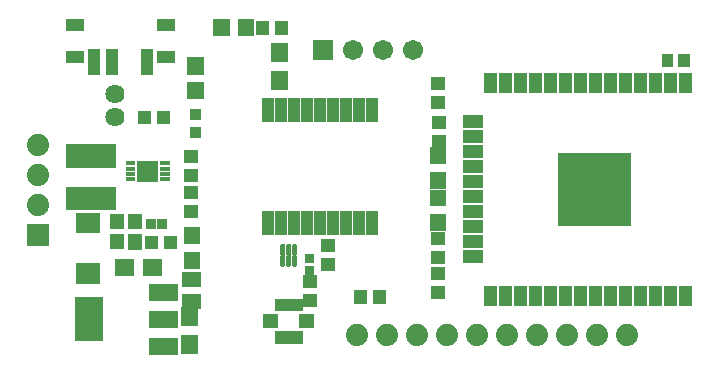
<source format=gts>
G04 Layer: TopSolderMaskLayer*
G04 EasyEDA v6.4.29, 2022-01-20 17:46:20*
G04 fb4b0ff46d504c98a6534b0bae3310fd,dc92750a051249c6af70c8c7d89aaf1b,10*
G04 Gerber Generator version 0.2*
G04 Scale: 100 percent, Rotated: No, Reflected: No *
G04 Dimensions in millimeters *
G04 leading zeros omitted , absolute positions ,4 integer and 5 decimal *
%FSLAX45Y45*%
%MOMM*%

%ADD66C,1.7112*%
%ADD67C,1.8796*%
%ADD70C,1.6256*%

%LPD*%
G36*
X5693156Y11609832D02*
G01*
X5693156Y11780266D01*
X5803646Y11780266D01*
X5803646Y11609832D01*
G37*
G36*
X5566156Y11609832D02*
G01*
X5566156Y11780266D01*
X5676646Y11780266D01*
X5676646Y11609832D01*
G37*
G36*
X5439156Y11609832D02*
G01*
X5439156Y11780266D01*
X5549646Y11780266D01*
X5549646Y11609832D01*
G37*
G36*
X5312156Y11609832D02*
G01*
X5312156Y11780266D01*
X5422646Y11780266D01*
X5422646Y11609832D01*
G37*
G36*
X5185156Y11609832D02*
G01*
X5185156Y11780266D01*
X5295646Y11780266D01*
X5295646Y11609832D01*
G37*
G36*
X5058156Y11609832D02*
G01*
X5058156Y11780266D01*
X5168646Y11780266D01*
X5168646Y11609832D01*
G37*
G36*
X4931156Y11609832D02*
G01*
X4931156Y11780266D01*
X5041646Y11780266D01*
X5041646Y11609832D01*
G37*
G36*
X4804156Y11609832D02*
G01*
X4804156Y11780266D01*
X4914646Y11780266D01*
X4914646Y11609832D01*
G37*
G36*
X4677156Y11609832D02*
G01*
X4677156Y11780266D01*
X4787646Y11780266D01*
X4787646Y11609832D01*
G37*
G36*
X4550156Y11609832D02*
G01*
X4550156Y11780266D01*
X4660646Y11780266D01*
X4660646Y11609832D01*
G37*
G36*
X4423156Y11609832D02*
G01*
X4423156Y11780266D01*
X4533646Y11780266D01*
X4533646Y11609832D01*
G37*
G36*
X4296156Y11609832D02*
G01*
X4296156Y11780266D01*
X4406646Y11780266D01*
X4406646Y11609832D01*
G37*
G36*
X4169156Y11609832D02*
G01*
X4169156Y11780266D01*
X4279646Y11780266D01*
X4279646Y11609832D01*
G37*
G36*
X4042156Y11609832D02*
G01*
X4042156Y11780266D01*
X4152646Y11780266D01*
X4152646Y11609832D01*
G37*
G36*
X3863340Y11311382D02*
G01*
X3863340Y11421618D01*
X4033520Y11421618D01*
X4033520Y11311382D01*
G37*
G36*
X3863340Y11184382D02*
G01*
X3863340Y11294618D01*
X4033520Y11294618D01*
X4033520Y11184382D01*
G37*
G36*
X3863340Y11057382D02*
G01*
X3863340Y11167618D01*
X4033520Y11167618D01*
X4033520Y11057382D01*
G37*
G36*
X3863340Y10930382D02*
G01*
X3863340Y11040618D01*
X4033520Y11040618D01*
X4033520Y10930382D01*
G37*
G36*
X3863340Y10803382D02*
G01*
X3863340Y10913618D01*
X4033520Y10913618D01*
X4033520Y10803382D01*
G37*
G36*
X3863340Y10676382D02*
G01*
X3863340Y10786618D01*
X4033520Y10786618D01*
X4033520Y10676382D01*
G37*
G36*
X3863340Y10549382D02*
G01*
X3863340Y10659618D01*
X4033520Y10659618D01*
X4033520Y10549382D01*
G37*
G36*
X3863340Y10422382D02*
G01*
X3863340Y10532618D01*
X4033520Y10532618D01*
X4033520Y10422382D01*
G37*
G36*
X3863340Y10295382D02*
G01*
X3863340Y10405618D01*
X4033520Y10405618D01*
X4033520Y10295382D01*
G37*
G36*
X3863340Y10168382D02*
G01*
X3863340Y10278618D01*
X4033520Y10278618D01*
X4033520Y10168382D01*
G37*
G36*
X4042156Y9809734D02*
G01*
X4042156Y9980168D01*
X4152646Y9980168D01*
X4152646Y9809734D01*
G37*
G36*
X4169156Y9809734D02*
G01*
X4169156Y9980168D01*
X4279646Y9980168D01*
X4279646Y9809734D01*
G37*
G36*
X4296156Y9809734D02*
G01*
X4296156Y9980168D01*
X4406646Y9980168D01*
X4406646Y9809734D01*
G37*
G36*
X4423156Y9809734D02*
G01*
X4423156Y9980168D01*
X4533646Y9980168D01*
X4533646Y9809734D01*
G37*
G36*
X4550156Y9809734D02*
G01*
X4550156Y9980168D01*
X4660646Y9980168D01*
X4660646Y9809734D01*
G37*
G36*
X4677156Y9809734D02*
G01*
X4677156Y9980168D01*
X4787646Y9980168D01*
X4787646Y9809734D01*
G37*
G36*
X4804156Y9809734D02*
G01*
X4804156Y9980168D01*
X4914646Y9980168D01*
X4914646Y9809734D01*
G37*
G36*
X4931156Y9809734D02*
G01*
X4931156Y9980168D01*
X5041646Y9980168D01*
X5041646Y9809734D01*
G37*
G36*
X5058156Y9809734D02*
G01*
X5058156Y9980168D01*
X5168646Y9980168D01*
X5168646Y9809734D01*
G37*
G36*
X5185156Y9809734D02*
G01*
X5185156Y9980168D01*
X5295646Y9980168D01*
X5295646Y9809734D01*
G37*
G36*
X5312156Y9809734D02*
G01*
X5312156Y9980168D01*
X5422646Y9980168D01*
X5422646Y9809734D01*
G37*
G36*
X5439156Y9809734D02*
G01*
X5439156Y9980168D01*
X5549646Y9980168D01*
X5549646Y9809734D01*
G37*
G36*
X5566156Y9809734D02*
G01*
X5566156Y9980168D01*
X5676646Y9980168D01*
X5676646Y9809734D01*
G37*
G36*
X5693156Y9809734D02*
G01*
X5693156Y9980168D01*
X5803646Y9980168D01*
X5803646Y9809734D01*
G37*
G36*
X4668266Y10484866D02*
G01*
X4668266Y11105134D01*
X5288534Y11105134D01*
X5288534Y10484866D01*
G37*
G36*
X1203198Y9392412D02*
G01*
X1203198Y9539732D01*
X1452118Y9539732D01*
X1452118Y9392412D01*
G37*
G36*
X1203198Y9621012D02*
G01*
X1203198Y9768332D01*
X1452118Y9768332D01*
X1452118Y9621012D01*
G37*
G36*
X1203198Y9849612D02*
G01*
X1203198Y9996932D01*
X1452118Y9996932D01*
X1452118Y9849612D01*
G37*
G36*
X574548Y9506712D02*
G01*
X574548Y9882632D01*
X810768Y9882632D01*
X810768Y9506712D01*
G37*
G36*
X2593340Y11888470D02*
G01*
X2593340Y12059412D01*
X2764536Y12059412D01*
X2764536Y11888470D01*
G37*
D66*
G01*
X2932988Y11973966D03*
G01*
X3186988Y11973966D03*
G01*
X3440988Y11973966D03*
D67*
G01*
X5247995Y9564979D03*
G01*
X4993995Y9564979D03*
G01*
X4739995Y9564979D03*
G01*
X4485995Y9564979D03*
G01*
X4231995Y9564979D03*
G01*
X3977995Y9564979D03*
G01*
X3723995Y9564979D03*
G01*
X3469995Y9564979D03*
G01*
X3215995Y9564979D03*
G01*
X2961995Y9564979D03*
G36*
X1269492Y11346942D02*
G01*
X1269492Y11462258D01*
X1379728Y11462258D01*
X1379728Y11346942D01*
G37*
G36*
X1109472Y11346942D02*
G01*
X1109472Y11462258D01*
X1219708Y11462258D01*
X1219708Y11346942D01*
G37*
G36*
X1271016Y10460990D02*
G01*
X1271016Y10546334D01*
X1356360Y10546334D01*
X1356360Y10460990D01*
G37*
G36*
X1181100Y10460990D02*
G01*
X1181100Y10546334D01*
X1266444Y10546334D01*
X1266444Y10460990D01*
G37*
G36*
X1332230Y10288524D02*
G01*
X1332230Y10403840D01*
X1442466Y10403840D01*
X1442466Y10288524D01*
G37*
G36*
X1172210Y10288524D02*
G01*
X1172210Y10403840D01*
X1282446Y10403840D01*
X1282446Y10288524D01*
G37*
D70*
G01*
X914400Y11606199D03*
G01*
X914400Y11406200D03*
G36*
X588264Y10424414D02*
G01*
X588264Y10597134D01*
X786384Y10597134D01*
X786384Y10424414D01*
G37*
G36*
X588264Y9994392D02*
G01*
X588264Y10167112D01*
X786384Y10167112D01*
X786384Y9994392D01*
G37*
G36*
X501142Y10976356D02*
G01*
X501142Y11176762D01*
X921258Y11176762D01*
X921258Y10976356D01*
G37*
G36*
X501142Y10616438D02*
G01*
X501142Y10816844D01*
X921258Y10816844D01*
X921258Y10616438D01*
G37*
G36*
X1025144Y10285476D02*
G01*
X1025144Y10415778D01*
X1145286Y10415778D01*
X1145286Y10285476D01*
G37*
G36*
X1025144Y10455656D02*
G01*
X1025144Y10585958D01*
X1145286Y10585958D01*
X1145286Y10455656D01*
G37*
G36*
X870966Y10457434D02*
G01*
X870966Y10587990D01*
X991362Y10587990D01*
X991362Y10457434D01*
G37*
G36*
X870966Y10287508D02*
G01*
X870966Y10417810D01*
X991362Y10417810D01*
X991362Y10287508D01*
G37*
G36*
X3597401Y11302492D02*
G01*
X3597401Y11412728D01*
X3717798Y11412728D01*
X3717798Y11302492D01*
G37*
G36*
X3597401Y11142472D02*
G01*
X3597401Y11252708D01*
X3717798Y11252708D01*
X3717798Y11142472D01*
G37*
G36*
X3581908Y10801858D02*
G01*
X3581908Y10942066D01*
X3722115Y10942066D01*
X3722115Y10801858D01*
G37*
G36*
X3581908Y11011916D02*
G01*
X3581908Y11152124D01*
X3722115Y11152124D01*
X3722115Y11011916D01*
G37*
G36*
X3593084Y11475212D02*
G01*
X3593084Y11585448D01*
X3713479Y11585448D01*
X3713479Y11475212D01*
G37*
G36*
X3593084Y11635232D02*
G01*
X3593084Y11745468D01*
X3713479Y11745468D01*
X3713479Y11635232D01*
G37*
G36*
X3591306Y9866376D02*
G01*
X3591306Y9976612D01*
X3711701Y9976612D01*
X3711701Y9866376D01*
G37*
G36*
X3591306Y10026142D02*
G01*
X3591306Y10136632D01*
X3711701Y10136632D01*
X3711701Y10026142D01*
G37*
G36*
X1487932Y9779254D02*
G01*
X1487932Y9904730D01*
X1648206Y9904730D01*
X1648206Y9779254D01*
G37*
G36*
X1487932Y9969246D02*
G01*
X1487932Y10094722D01*
X1648206Y10094722D01*
X1648206Y9969246D01*
G37*
G36*
X1496822Y10332720D02*
G01*
X1496822Y10473182D01*
X1637283Y10473182D01*
X1637283Y10332720D01*
G37*
G36*
X1496822Y10122916D02*
G01*
X1496822Y10263124D01*
X1637283Y10263124D01*
X1637283Y10122916D01*
G37*
G36*
X1137920Y11763756D02*
G01*
X1137920Y11984228D01*
X1238250Y11984228D01*
X1238250Y11763756D01*
G37*
G36*
X837946Y11763756D02*
G01*
X837946Y11984228D01*
X938276Y11984228D01*
X938276Y11763756D01*
G37*
G36*
X687832Y11763756D02*
G01*
X687832Y11984228D01*
X788162Y11984228D01*
X788162Y11763756D01*
G37*
G36*
X1267968Y12133834D02*
G01*
X1267968Y12234164D01*
X1428242Y12234164D01*
X1428242Y12133834D01*
G37*
G36*
X497840Y12133834D02*
G01*
X497840Y12234164D01*
X658114Y12234164D01*
X658114Y12133834D01*
G37*
G36*
X497840Y11863832D02*
G01*
X497840Y11964162D01*
X658114Y11964162D01*
X658114Y11863832D01*
G37*
G36*
X1267968Y11863832D02*
G01*
X1267968Y11964162D01*
X1428242Y11964162D01*
X1428242Y11863832D01*
G37*
G36*
X3041396Y11368024D02*
G01*
X3041396Y11568430D01*
X3141726Y11568430D01*
X3141726Y11368024D01*
G37*
G36*
X2931414Y11368024D02*
G01*
X2931414Y11568430D01*
X3031744Y11568430D01*
X3031744Y11368024D01*
G37*
G36*
X2821432Y11368024D02*
G01*
X2821432Y11568430D01*
X2921762Y11568430D01*
X2921762Y11368024D01*
G37*
G36*
X2711450Y11368024D02*
G01*
X2711450Y11568430D01*
X2811780Y11568430D01*
X2811780Y11368024D01*
G37*
G36*
X2601468Y11368024D02*
G01*
X2601468Y11568430D01*
X2701798Y11568430D01*
X2701798Y11368024D01*
G37*
G36*
X2491486Y11368024D02*
G01*
X2491486Y11568430D01*
X2591816Y11568430D01*
X2591816Y11368024D01*
G37*
G36*
X2381504Y11368024D02*
G01*
X2381504Y11568430D01*
X2481834Y11568430D01*
X2481834Y11368024D01*
G37*
G36*
X2271522Y11368024D02*
G01*
X2271522Y11568430D01*
X2371852Y11568430D01*
X2371852Y11368024D01*
G37*
G36*
X2161540Y11368024D02*
G01*
X2161540Y11568430D01*
X2261870Y11568430D01*
X2261870Y11368024D01*
G37*
G36*
X2161540Y10408158D02*
G01*
X2161540Y10608310D01*
X2261870Y10608310D01*
X2261870Y10408158D01*
G37*
G36*
X2271522Y10408158D02*
G01*
X2271522Y10608310D01*
X2371852Y10608310D01*
X2371852Y10408158D01*
G37*
G36*
X2381504Y10408158D02*
G01*
X2381504Y10608310D01*
X2481834Y10608310D01*
X2481834Y10408158D01*
G37*
G36*
X2491486Y10408158D02*
G01*
X2491486Y10608310D01*
X2591816Y10608310D01*
X2591816Y10408158D01*
G37*
G36*
X2601468Y10408158D02*
G01*
X2601468Y10608310D01*
X2701798Y10608310D01*
X2701798Y10408158D01*
G37*
G36*
X2711450Y10408158D02*
G01*
X2711450Y10608310D01*
X2811780Y10608310D01*
X2811780Y10408158D01*
G37*
G36*
X2821432Y10408158D02*
G01*
X2821432Y10608310D01*
X2921762Y10608310D01*
X2921762Y10408158D01*
G37*
G36*
X2931414Y10408158D02*
G01*
X2931414Y10608310D01*
X3031744Y10608310D01*
X3031744Y10408158D01*
G37*
G36*
X3041396Y10408158D02*
G01*
X3041396Y10608310D01*
X3141726Y10608310D01*
X3141726Y10408158D01*
G37*
G36*
X2267458Y9762236D02*
G01*
X2267458Y9867646D01*
X2507742Y9867646D01*
X2507742Y9762236D01*
G37*
G36*
X2267458Y9487154D02*
G01*
X2267458Y9592564D01*
X2507742Y9592564D01*
X2507742Y9487154D01*
G37*
G36*
X2477516Y9617202D02*
G01*
X2477516Y9737598D01*
X2602738Y9737598D01*
X2602738Y9617202D01*
G37*
G36*
X2172462Y9617202D02*
G01*
X2172462Y9737598D01*
X2297684Y9737598D01*
X2297684Y9617202D01*
G37*
G36*
X3593846Y10163810D02*
G01*
X3593846Y10274046D01*
X3714242Y10274046D01*
X3714242Y10163810D01*
G37*
G36*
X3593846Y10323830D02*
G01*
X3593846Y10434066D01*
X3714242Y10434066D01*
X3714242Y10323830D01*
G37*
G36*
X3582924Y10441940D02*
G01*
X3582924Y10582148D01*
X3723132Y10582148D01*
X3723132Y10441940D01*
G37*
G36*
X3582924Y10651744D02*
G01*
X3582924Y10792206D01*
X3723132Y10792206D01*
X3723132Y10651744D01*
G37*
G36*
X2328926Y10140950D02*
G01*
X2326386Y10141458D01*
X2324862Y10141712D01*
X2323338Y10142474D01*
X2321814Y10143490D01*
X2321052Y10144252D01*
X2319782Y10145268D01*
X2318512Y10147046D01*
X2318004Y10148062D01*
X2317242Y10149078D01*
X2316734Y10150856D01*
X2316480Y10152380D01*
X2316480Y10226040D01*
X2316734Y10227564D01*
X2317242Y10229342D01*
X2318004Y10230358D01*
X2318512Y10231628D01*
X2319782Y10233152D01*
X2320798Y10234168D01*
X2322068Y10235184D01*
X2323338Y10235946D01*
X2324608Y10236454D01*
X2326386Y10236962D01*
X2328926Y10237470D01*
X2346198Y10237470D01*
X2347214Y10237216D01*
X2348992Y10236962D01*
X2350770Y10236454D01*
X2351532Y10235946D01*
X2352802Y10235438D01*
X2354580Y10233914D01*
X2355596Y10232898D01*
X2356358Y10231882D01*
X2357374Y10230358D01*
X2358390Y10227818D01*
X2358644Y10226040D01*
X2358644Y10152380D01*
X2358390Y10150602D01*
X2357374Y10148062D01*
X2356612Y10146792D01*
X2354580Y10144252D01*
X2353056Y10143236D01*
X2351532Y10142474D01*
X2348992Y10141458D01*
X2347214Y10141204D01*
X2346198Y10140950D01*
G37*
G36*
X2378964Y10140950D02*
G01*
X2377948Y10141204D01*
X2376170Y10141458D01*
X2373630Y10142474D01*
X2372106Y10143236D01*
X2370836Y10144252D01*
X2369566Y10145522D01*
X2368804Y10146792D01*
X2367788Y10148062D01*
X2367280Y10149332D01*
X2366772Y10150856D01*
X2366518Y10152380D01*
X2366518Y10226040D01*
X2366772Y10227564D01*
X2367280Y10229088D01*
X2367788Y10230358D01*
X2368804Y10231882D01*
X2369566Y10232898D01*
X2370582Y10233914D01*
X2372360Y10235438D01*
X2373630Y10235946D01*
X2374392Y10236454D01*
X2376170Y10236962D01*
X2377948Y10237216D01*
X2378964Y10237470D01*
X2396236Y10237470D01*
X2397252Y10237216D01*
X2399030Y10236962D01*
X2400808Y10236454D01*
X2401824Y10235946D01*
X2403094Y10235184D01*
X2404364Y10234168D01*
X2405380Y10233152D01*
X2406650Y10231628D01*
X2407158Y10230358D01*
X2407920Y10229342D01*
X2408428Y10227564D01*
X2408682Y10226040D01*
X2408682Y10152380D01*
X2408428Y10150856D01*
X2407920Y10149078D01*
X2407158Y10148062D01*
X2406650Y10147046D01*
X2405380Y10145268D01*
X2404110Y10144252D01*
X2403348Y10143490D01*
X2401824Y10142474D01*
X2400300Y10141966D01*
X2399030Y10141458D01*
X2397252Y10141204D01*
X2396236Y10140950D01*
G37*
G36*
X2429002Y10140950D02*
G01*
X2426462Y10141458D01*
X2424938Y10141712D01*
X2423414Y10142474D01*
X2421890Y10143490D01*
X2420874Y10144252D01*
X2419604Y10145268D01*
X2418588Y10147046D01*
X2417826Y10148062D01*
X2417318Y10149078D01*
X2416810Y10150856D01*
X2416556Y10152380D01*
X2416556Y10226040D01*
X2416810Y10227564D01*
X2417318Y10229342D01*
X2417826Y10230358D01*
X2418588Y10231628D01*
X2419604Y10233152D01*
X2420620Y10234168D01*
X2422144Y10235184D01*
X2423414Y10235946D01*
X2424684Y10236454D01*
X2426462Y10236962D01*
X2429002Y10237470D01*
X2446274Y10237470D01*
X2447290Y10237216D01*
X2448814Y10236962D01*
X2450592Y10236454D01*
X2451608Y10235946D01*
X2452878Y10235438D01*
X2454656Y10233914D01*
X2455672Y10232898D01*
X2456434Y10231882D01*
X2457196Y10230358D01*
X2457958Y10229088D01*
X2458212Y10227818D01*
X2458720Y10226040D01*
X2458720Y10152380D01*
X2458212Y10150602D01*
X2457958Y10149332D01*
X2455672Y10145522D01*
X2454402Y10144252D01*
X2453132Y10143236D01*
X2451608Y10142474D01*
X2450338Y10141966D01*
X2448814Y10141458D01*
X2447290Y10141204D01*
X2446274Y10140950D01*
G37*
G36*
X2427732Y10235184D02*
G01*
X2425954Y10235438D01*
X2424938Y10235946D01*
X2423414Y10236454D01*
X2421890Y10237470D01*
X2420874Y10238232D01*
X2419858Y10239248D01*
X2418588Y10240772D01*
X2417826Y10242042D01*
X2417318Y10243058D01*
X2416810Y10245090D01*
X2416556Y10246360D01*
X2416556Y10320020D01*
X2416810Y10321290D01*
X2417318Y10323322D01*
X2417826Y10324338D01*
X2418588Y10325608D01*
X2419858Y10327386D01*
X2420620Y10328148D01*
X2421890Y10329164D01*
X2423414Y10329926D01*
X2424684Y10330434D01*
X2426462Y10330942D01*
X2429002Y10331450D01*
X2446274Y10331450D01*
X2447290Y10331196D01*
X2448814Y10330942D01*
X2450592Y10330434D01*
X2453132Y10329164D01*
X2454656Y10327894D01*
X2455418Y10327132D01*
X2456434Y10325862D01*
X2457958Y10322814D01*
X2458212Y10321798D01*
X2458720Y10320020D01*
X2458720Y10246360D01*
X2458212Y10244582D01*
X2457958Y10243312D01*
X2457196Y10242042D01*
X2456434Y10240518D01*
X2455418Y10239248D01*
X2454402Y10238232D01*
X2453132Y10237216D01*
X2451608Y10236454D01*
X2450338Y10235946D01*
X2449322Y10235438D01*
X2447290Y10235184D01*
G37*
G36*
X2377948Y10235184D02*
G01*
X2375916Y10235438D01*
X2374900Y10235946D01*
X2373630Y10236454D01*
X2372106Y10237216D01*
X2370836Y10238232D01*
X2369820Y10239248D01*
X2368804Y10240518D01*
X2367788Y10242042D01*
X2367280Y10243312D01*
X2366772Y10245090D01*
X2366518Y10246360D01*
X2366518Y10320020D01*
X2366772Y10321290D01*
X2367788Y10324338D01*
X2368804Y10325862D01*
X2369820Y10327132D01*
X2370582Y10327894D01*
X2372106Y10329164D01*
X2373630Y10329926D01*
X2374392Y10330434D01*
X2376170Y10330942D01*
X2377948Y10331196D01*
X2378964Y10331450D01*
X2396236Y10331450D01*
X2397252Y10331196D01*
X2399030Y10330942D01*
X2400808Y10330434D01*
X2403348Y10329164D01*
X2404364Y10328148D01*
X2405380Y10327386D01*
X2406650Y10325608D01*
X2407158Y10324338D01*
X2407920Y10323322D01*
X2408428Y10321290D01*
X2408682Y10320020D01*
X2408682Y10246360D01*
X2408428Y10245090D01*
X2407920Y10243058D01*
X2407158Y10241788D01*
X2406650Y10240772D01*
X2405380Y10239248D01*
X2404110Y10238232D01*
X2403348Y10237470D01*
X2401824Y10236454D01*
X2400300Y10235946D01*
X2399284Y10235438D01*
X2397252Y10235184D01*
G37*
G36*
X2327656Y10235184D02*
G01*
X2325878Y10235438D01*
X2324862Y10235946D01*
X2323338Y10236454D01*
X2321814Y10237470D01*
X2321052Y10238232D01*
X2319782Y10239248D01*
X2318512Y10240772D01*
X2317750Y10242042D01*
X2317242Y10243058D01*
X2316734Y10245090D01*
X2316480Y10246360D01*
X2316480Y10320020D01*
X2316734Y10321290D01*
X2317242Y10323322D01*
X2318004Y10324338D01*
X2318512Y10325608D01*
X2319782Y10327386D01*
X2320798Y10328148D01*
X2321814Y10329164D01*
X2323338Y10329926D01*
X2324608Y10330434D01*
X2326386Y10330942D01*
X2328926Y10331450D01*
X2346198Y10331450D01*
X2347214Y10331196D01*
X2348992Y10330942D01*
X2350770Y10330434D01*
X2351532Y10329926D01*
X2353310Y10329164D01*
X2354580Y10327894D01*
X2355596Y10327132D01*
X2356358Y10325862D01*
X2357374Y10324338D01*
X2357882Y10322814D01*
X2358390Y10321798D01*
X2358644Y10320020D01*
X2358644Y10246360D01*
X2358390Y10244582D01*
X2357374Y10242042D01*
X2356612Y10240518D01*
X2355596Y10239248D01*
X2354580Y10238232D01*
X2353056Y10237216D01*
X2351532Y10236454D01*
X2350262Y10235946D01*
X2349246Y10235438D01*
X2347214Y10235184D01*
G37*
G36*
X2660142Y10101072D02*
G01*
X2660142Y10211308D01*
X2775458Y10211308D01*
X2775458Y10101072D01*
G37*
G36*
X2660142Y10261092D02*
G01*
X2660142Y10371328D01*
X2775458Y10371328D01*
X2775458Y10261092D01*
G37*
G36*
X2507742Y9956292D02*
G01*
X2507742Y10066528D01*
X2623058Y10066528D01*
X2623058Y9956292D01*
G37*
G36*
X2507742Y9796272D02*
G01*
X2507742Y9906508D01*
X2623058Y9906508D01*
X2623058Y9796272D01*
G37*
G36*
X2525268Y10069068D02*
G01*
X2525268Y10149332D01*
X2605532Y10149332D01*
X2605532Y10069068D01*
G37*
G36*
X2525268Y10170668D02*
G01*
X2525268Y10250932D01*
X2605532Y10250932D01*
X2605532Y10170668D01*
G37*
G36*
X1502918Y10858754D02*
G01*
X1502918Y10969244D01*
X1623060Y10969244D01*
X1623060Y10858754D01*
G37*
G36*
X1502918Y11018774D02*
G01*
X1502918Y11129010D01*
X1623060Y11129010D01*
X1623060Y11018774D01*
G37*
G36*
X1502918Y10713720D02*
G01*
X1502918Y10824210D01*
X1623060Y10824210D01*
X1623060Y10713720D01*
G37*
G36*
X1502918Y10553700D02*
G01*
X1502918Y10664190D01*
X1623060Y10664190D01*
X1623060Y10553700D01*
G37*
G36*
X2938272Y9820402D02*
G01*
X2938272Y9940798D01*
X3048508Y9940798D01*
X3048508Y9820402D01*
G37*
G36*
X3098292Y9820402D02*
G01*
X3098292Y9940798D01*
X3208528Y9940798D01*
X3208528Y9820402D01*
G37*
G36*
X168910Y10313924D02*
G01*
X168910Y10501884D01*
X356870Y10501884D01*
X356870Y10313924D01*
G37*
D67*
G01*
X262991Y10661980D03*
G01*
X262991Y10915980D03*
G01*
X262991Y11169980D03*
G36*
X2271776Y12100814D02*
G01*
X2271776Y12221210D01*
X2382266Y12221210D01*
X2382266Y12100814D01*
G37*
G36*
X2111756Y12100814D02*
G01*
X2111756Y12221210D01*
X2222246Y12221210D01*
X2222246Y12100814D01*
G37*
G36*
X1745742Y12093956D02*
G01*
X1745742Y12234164D01*
X1886204Y12234164D01*
X1886204Y12093956D01*
G37*
G36*
X1955800Y12093956D02*
G01*
X1955800Y12234164D01*
X2096262Y12234164D01*
X2096262Y12093956D01*
G37*
G36*
X1298702Y10862310D02*
G01*
X1298702Y10897362D01*
X1378966Y10897362D01*
X1378966Y10862310D01*
G37*
G36*
X1298702Y10907268D02*
G01*
X1298702Y10942574D01*
X1378966Y10942574D01*
X1378966Y10907268D01*
G37*
G36*
X1298702Y10952226D02*
G01*
X1298702Y10987532D01*
X1378966Y10987532D01*
X1378966Y10952226D01*
G37*
G36*
X1298702Y10997438D02*
G01*
X1298702Y11032490D01*
X1378966Y11032490D01*
X1378966Y10997438D01*
G37*
G36*
X1008634Y10997438D02*
G01*
X1008634Y11032490D01*
X1088898Y11032490D01*
X1088898Y10997438D01*
G37*
G36*
X1008634Y10952226D02*
G01*
X1008634Y10987532D01*
X1088898Y10987532D01*
X1088898Y10952226D01*
G37*
G36*
X1008634Y10907268D02*
G01*
X1008634Y10942574D01*
X1088898Y10942574D01*
X1088898Y10907268D01*
G37*
G36*
X1008634Y10862310D02*
G01*
X1008634Y10897362D01*
X1088898Y10897362D01*
X1088898Y10862310D01*
G37*
G36*
X1103630Y10857230D02*
G01*
X1103630Y11037570D01*
X1283970Y11037570D01*
X1283970Y10857230D01*
G37*
G36*
X1527556Y11762232D02*
G01*
X1527556Y11913362D01*
X1672843Y11913362D01*
X1672843Y11762232D01*
G37*
G36*
X1527556Y11556238D02*
G01*
X1527556Y11707368D01*
X1672843Y11707368D01*
X1672843Y11556238D01*
G37*
G36*
X1551940Y11383772D02*
G01*
X1551940Y11474450D01*
X1648460Y11474450D01*
X1648460Y11383772D01*
G37*
G36*
X1551940Y11233150D02*
G01*
X1551940Y11323828D01*
X1648460Y11323828D01*
X1648460Y11233150D01*
G37*
G36*
X5544058Y11832082D02*
G01*
X5544058Y11942318D01*
X5644388Y11942318D01*
X5644388Y11832082D01*
G37*
G36*
X5684012Y11832082D02*
G01*
X5684012Y11942318D01*
X5784342Y11942318D01*
X5784342Y11832082D01*
G37*
G36*
X2238502Y11636248D02*
G01*
X2238502Y11796522D01*
X2384552Y11796522D01*
X2384552Y11636248D01*
G37*
G36*
X2238502Y11876278D02*
G01*
X2238502Y12036552D01*
X2384552Y12036552D01*
X2384552Y11876278D01*
G37*
G36*
X917448Y10061702D02*
G01*
X917448Y10207752D01*
X1077722Y10207752D01*
X1077722Y10061702D01*
G37*
G36*
X1157478Y10061702D02*
G01*
X1157478Y10207752D01*
X1317752Y10207752D01*
X1317752Y10061702D01*
G37*
G36*
X1476502Y9641078D02*
G01*
X1476502Y9801352D01*
X1622552Y9801352D01*
X1622552Y9641078D01*
G37*
G36*
X1476502Y9401048D02*
G01*
X1476502Y9561322D01*
X1622552Y9561322D01*
X1622552Y9401048D01*
G37*
M02*

</source>
